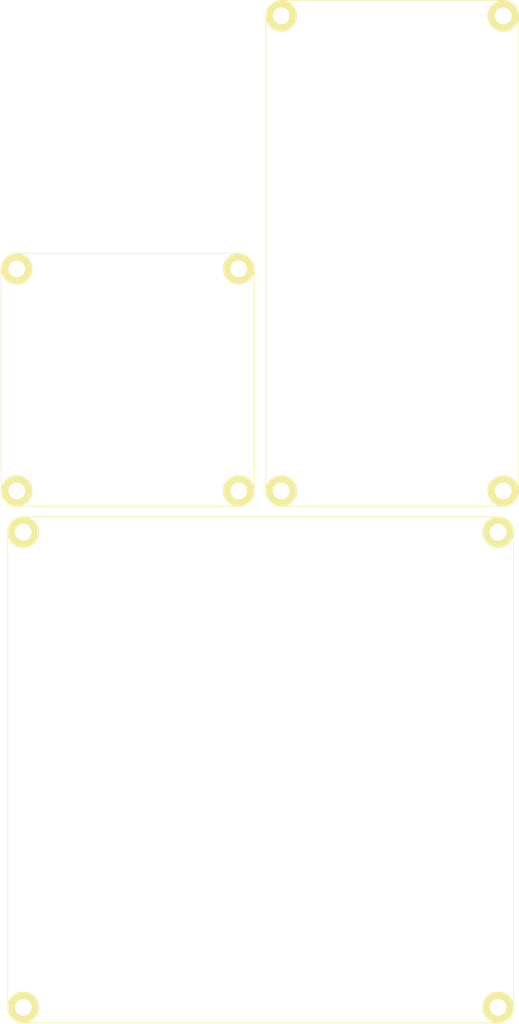
<source format=kicad_pcb>
(kicad_pcb (version 3) (host pcbnew "(2013-07-07 BZR 4022)-stable")

  (general
    (links 0)
    (no_connects 0)
    (area 8.1915 66.484499 407.341211 286.4485)
    (thickness 1.6)
    (drawings 0)
    (tracks 0)
    (zones 0)
    (modules 3)
    (nets 1)
  )

  (page A3)
  (layers
    (15 F.Cu signal)
    (0 B.Cu signal)
    (16 B.Adhes user)
    (17 F.Adhes user)
    (18 B.Paste user)
    (19 F.Paste user)
    (20 B.SilkS user)
    (21 F.SilkS user)
    (22 B.Mask user)
    (23 F.Mask user)
    (24 Dwgs.User user)
    (25 Cmts.User user)
    (26 Eco1.User user)
    (27 Eco2.User user)
    (28 Edge.Cuts user)
  )

  (setup
    (last_trace_width 0.254)
    (trace_clearance 0.254)
    (zone_clearance 0.1524)
    (zone_45_only no)
    (trace_min 0.254)
    (segment_width 0.2)
    (edge_width 0.1)
    (via_size 0.889)
    (via_drill 0.635)
    (via_min_size 0.889)
    (via_min_drill 0.508)
    (uvia_size 0.508)
    (uvia_drill 0.127)
    (uvias_allowed no)
    (uvia_min_size 0.508)
    (uvia_min_drill 0.127)
    (pcb_text_width 0.3)
    (pcb_text_size 1.5 1.5)
    (mod_edge_width 0.127)
    (mod_text_size 1 1)
    (mod_text_width 0.15)
    (pad_size 5.18 3.1)
    (pad_drill 0)
    (pad_to_mask_clearance 0)
    (aux_axis_origin 199.898 142.494)
    (visible_elements 7FFFFFFF)
    (pcbplotparams
      (layerselection 3178497)
      (usegerberextensions true)
      (excludeedgelayer true)
      (linewidth 0.150000)
      (plotframeref false)
      (viasonmask false)
      (mode 1)
      (useauxorigin false)
      (hpglpennumber 1)
      (hpglpenspeed 20)
      (hpglpendiameter 15)
      (hpglpenoverlay 2)
      (psnegative false)
      (psa4output false)
      (plotreference true)
      (plotvalue true)
      (plotothertext true)
      (plotinvisibletext false)
      (padsonsilk false)
      (subtractmaskfromsilk false)
      (outputformat 1)
      (mirror false)
      (drillshape 1)
      (scaleselection 1)
      (outputdirectory ""))
  )

  (net 0 "")

  (net_class Default "This is the default net class."
    (clearance 0.254)
    (trace_width 0.254)
    (via_dia 0.889)
    (via_drill 0.635)
    (uvia_dia 0.508)
    (uvia_drill 0.127)
    (add_net "")
  )

  (module AB2_STANDOFF_1.96x1.96_BOARD_ROUNDED_CORNERS_KEEPOUT_FR4 (layer F.Cu) (tedit 52C718A3) (tstamp 52C781CE)
    (at 304.8 166.37)
    (fp_text reference AB2_STANDOFF_1.96x1.96_BOARD_ROUNDED_CORNERS_KEEPOUT_FR4 (at 24.892 -26.162) (layer F.SilkS) hide
      (effects (font (size 0.8128 0.8128) (thickness 0.0762)))
    )
    (fp_text value VAL** (at 24.892 -23.622) (layer F.SilkS) hide
      (effects (font (size 0.8128 0.8128) (thickness 0.0762)))
    )
    (fp_line (start 3.048 -49.784) (end 46.736 -49.784) (layer F.SilkS) (width 0.127))
    (fp_line (start 0 -3.048) (end 0 -46.736) (layer F.SilkS) (width 0.127))
    (fp_line (start 46.736 0) (end 3.048 0) (layer F.SilkS) (width 0.127))
    (fp_line (start 49.784 -46.736) (end 49.784 -3.048) (layer F.SilkS) (width 0.127))
    (fp_arc (start 3.048 -3.048) (end 3.048 0) (angle 90) (layer F.SilkS) (width 0.127))
    (fp_arc (start 46.736 -3.048) (end 49.784 -3.048) (angle 90) (layer F.SilkS) (width 0.127))
    (fp_arc (start 46.736 -46.736) (end 46.736 -49.784) (angle 90) (layer F.SilkS) (width 0.127))
    (fp_arc (start 3.048 -46.736) (end 0 -46.736) (angle 90) (layer F.SilkS) (width 0.127))
    (pad 1 thru_hole circle (at 3.048 -3.048) (size 6.096 6.096) (drill 3.302)
      (layers *.Cu *.Mask F.SilkS)
    )
    (pad 1 thru_hole circle (at 46.736 -3.048) (size 6.096 6.096) (drill 3.302)
      (layers *.Cu *.Mask F.SilkS)
    )
    (pad 1 thru_hole circle (at 46.736 -46.736) (size 6.096 6.096) (drill 3.302)
      (layers *.Cu *.Mask F.SilkS)
    )
    (pad 1 thru_hole circle (at 3.048 -46.736) (size 6.096 6.096) (drill 3.302)
      (layers *.Cu *.Mask F.SilkS)
    )
    (model ../3d_models/ab2_holesnpoles/AB2_FR4_1.96x1.96INx1.6MM_ROUNDED.wrl
      (at (xyz 0 0 0))
      (scale (xyz 0.3937 0.3937 0.3937))
      (rotate (xyz 0 0 0))
    )
  )

  (module AB2_STANDOFF_1.96x3.92_BOARD_ROUNDED_CORNERS_KEEPOUT_FR4 (layer F.Cu) (tedit 52B0CBC6) (tstamp 52C7E864)
    (at 356.87 166.37)
    (fp_text reference AB2_STANDOFF_1.96x3.92_BOARD_ROUNDED_CORNERS_KEEPOUT_FR4 (at 24.892 -51.054) (layer F.SilkS) hide
      (effects (font (size 0.8128 0.8128) (thickness 0.0762)))
    )
    (fp_text value VAL** (at 24.892 -48.514) (layer F.SilkS) hide
      (effects (font (size 0.8128 0.8128) (thickness 0.0762)))
    )
    (fp_line (start 3.048 0) (end 46.736 0) (layer F.SilkS) (width 0.127))
    (fp_line (start 3.048 -99.568) (end 46.736 -99.568) (layer F.SilkS) (width 0.127))
    (fp_line (start 0 -3.048) (end 0 -96.52) (layer F.SilkS) (width 0.127))
    (fp_line (start 49.784 -96.52) (end 49.784 -3.048) (layer F.SilkS) (width 0.127))
    (fp_arc (start 3.048 -3.048) (end 3.048 0) (angle 90) (layer F.SilkS) (width 0.127))
    (fp_arc (start 46.736 -3.048) (end 49.784 -3.048) (angle 90) (layer F.SilkS) (width 0.127))
    (fp_arc (start 46.736 -96.52) (end 46.736 -99.568) (angle 90) (layer F.SilkS) (width 0.127))
    (fp_arc (start 3.048 -96.52) (end 0 -96.52) (angle 90) (layer F.SilkS) (width 0.127))
    (pad 1 thru_hole circle (at 3.048 -3.048) (size 6.096 6.096) (drill 3.302)
      (layers *.Cu *.Mask F.SilkS)
    )
    (pad 1 thru_hole circle (at 46.736 -3.048) (size 6.096 6.096) (drill 3.302)
      (layers *.Cu *.Mask F.SilkS)
    )
    (pad 1 thru_hole circle (at 46.736 -96.52) (size 6.096 6.096) (drill 3.302)
      (layers *.Cu *.Mask F.SilkS)
    )
    (pad 1 thru_hole circle (at 3.048 -96.52) (size 6.096 6.096) (drill 3.302)
      (layers *.Cu *.Mask F.SilkS)
    )
    (model ../3d_models/ab2_holesnpoles/AB2_FR4_1.96x3.92INx1.6MM_ROUNDED.wrl
      (at (xyz 0 0 0))
      (scale (xyz 0.3937 0.3937 0.3937))
      (rotate (xyz 0 0 0))
    )
  )

  (module AB2_STANDOFF_3.92x3.92_BOARD_ROUNDED_CORNERS_KEEPOUT_FR4 (layer F.Cu) (tedit 52C718C3) (tstamp 52C84EFA)
    (at 306.07 267.97)
    (fp_text reference AB2_STANDOFF_3.92x3.92_BOARD_ROUNDED_CORNERS_KEEPOUT_FR4 (at 49.784 -51.054) (layer F.SilkS) hide
      (effects (font (size 0.8128 0.8128) (thickness 0.0762)))
    )
    (fp_text value VAL** (at 49.784 -48.514) (layer F.SilkS) hide
      (effects (font (size 0.8128 0.8128) (thickness 0.0762)))
    )
    (fp_line (start 0 -3.048) (end 0 -96.52) (layer F.SilkS) (width 0.127))
    (fp_line (start 96.52 0) (end 3.048 0) (layer F.SilkS) (width 0.127))
    (fp_line (start 99.568 -96.52) (end 99.568 -3.048) (layer F.SilkS) (width 0.127))
    (fp_line (start 3.048 -99.568) (end 96.52 -99.568) (layer F.SilkS) (width 0.127))
    (fp_arc (start 3.048 -3.048) (end 3.048 0) (angle 90) (layer F.SilkS) (width 0.127))
    (fp_arc (start 96.52 -3.048) (end 99.568 -3.048) (angle 90) (layer F.SilkS) (width 0.127))
    (fp_arc (start 96.52 -96.52) (end 96.52 -99.568) (angle 90) (layer F.SilkS) (width 0.127))
    (fp_arc (start 3.048 -96.52) (end 0 -96.52) (angle 90) (layer F.SilkS) (width 0.127))
    (pad 1 thru_hole circle (at 3.048 -3.048) (size 6.096 6.096) (drill 3.302)
      (layers *.Cu *.Mask F.SilkS)
    )
    (pad 1 thru_hole circle (at 96.52 -3.048) (size 6.096 6.096) (drill 3.302)
      (layers *.Cu *.Mask F.SilkS)
    )
    (pad 1 thru_hole circle (at 96.52 -96.52) (size 6.096 6.096) (drill 3.302)
      (layers *.Cu *.Mask F.SilkS)
    )
    (pad 1 thru_hole circle (at 3.048 -96.52) (size 6.096 6.096) (drill 3.302)
      (layers *.Cu *.Mask F.SilkS)
    )
    (model ../3d_models/ab2_holesnpoles/AB2_FR4_3.92x3.92INx1.6MM_ROUNDED.wrl
      (at (xyz 0 0 0))
      (scale (xyz 0.3937 0.3937 0.3937))
      (rotate (xyz 0 0 0))
    )
  )

)

</source>
